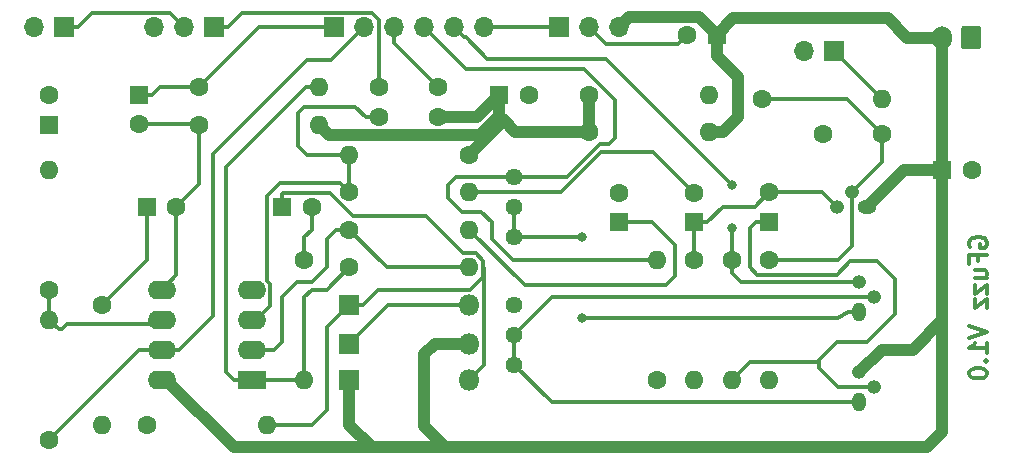
<source format=gbr>
G04 #@! TF.GenerationSoftware,KiCad,Pcbnew,(5.1.4)-1*
G04 #@! TF.CreationDate,2020-01-14T12:24:16+00:00*
G04 #@! TF.ProjectId,GFuzz,4746757a-7a2e-46b6-9963-61645f706362,rev?*
G04 #@! TF.SameCoordinates,Original*
G04 #@! TF.FileFunction,Copper,L2,Bot*
G04 #@! TF.FilePolarity,Positive*
%FSLAX46Y46*%
G04 Gerber Fmt 4.6, Leading zero omitted, Abs format (unit mm)*
G04 Created by KiCad (PCBNEW (5.1.4)-1) date 2020-01-14 12:24:16*
%MOMM*%
%LPD*%
G04 APERTURE LIST*
%ADD10C,0.300000*%
%ADD11O,1.700000X2.000000*%
%ADD12C,0.100000*%
%ADD13C,1.700000*%
%ADD14O,1.200000X1.200000*%
%ADD15O,1.200000X1.600000*%
%ADD16O,1.700000X1.700000*%
%ADD17R,1.700000X1.700000*%
%ADD18O,1.800000X1.800000*%
%ADD19R,1.800000X1.800000*%
%ADD20O,1.600000X1.600000*%
%ADD21C,1.600000*%
%ADD22O,2.400000X1.600000*%
%ADD23R,2.400000X1.600000*%
%ADD24R,1.600000X1.600000*%
%ADD25C,1.440000*%
%ADD26O,1.600000X1.200000*%
%ADD27C,0.800000*%
%ADD28C,1.000000*%
%ADD29C,0.304800*%
G04 APERTURE END LIST*
D10*
X177050000Y-104966142D02*
X176978571Y-104823285D01*
X176978571Y-104609000D01*
X177050000Y-104394714D01*
X177192857Y-104251857D01*
X177335714Y-104180428D01*
X177621428Y-104109000D01*
X177835714Y-104109000D01*
X178121428Y-104180428D01*
X178264285Y-104251857D01*
X178407142Y-104394714D01*
X178478571Y-104609000D01*
X178478571Y-104751857D01*
X178407142Y-104966142D01*
X178335714Y-105037571D01*
X177835714Y-105037571D01*
X177835714Y-104751857D01*
X177692857Y-106180428D02*
X177692857Y-105680428D01*
X178478571Y-105680428D02*
X176978571Y-105680428D01*
X176978571Y-106394714D01*
X177478571Y-107609000D02*
X178478571Y-107609000D01*
X177478571Y-106966142D02*
X178264285Y-106966142D01*
X178407142Y-107037571D01*
X178478571Y-107180428D01*
X178478571Y-107394714D01*
X178407142Y-107537571D01*
X178335714Y-107609000D01*
X177478571Y-108180428D02*
X177478571Y-108966142D01*
X178478571Y-108180428D01*
X178478571Y-108966142D01*
X177478571Y-109394714D02*
X177478571Y-110180428D01*
X178478571Y-109394714D01*
X178478571Y-110180428D01*
X176978571Y-111680428D02*
X178478571Y-112180428D01*
X176978571Y-112680428D01*
X178478571Y-113966142D02*
X178478571Y-113109000D01*
X178478571Y-113537571D02*
X176978571Y-113537571D01*
X177192857Y-113394714D01*
X177335714Y-113251857D01*
X177407142Y-113109000D01*
X178335714Y-114609000D02*
X178407142Y-114680428D01*
X178478571Y-114609000D01*
X178407142Y-114537571D01*
X178335714Y-114609000D01*
X178478571Y-114609000D01*
X176978571Y-115609000D02*
X176978571Y-115751857D01*
X177050000Y-115894714D01*
X177121428Y-115966142D01*
X177264285Y-116037571D01*
X177550000Y-116109000D01*
X177907142Y-116109000D01*
X178192857Y-116037571D01*
X178335714Y-115966142D01*
X178407142Y-115894714D01*
X178478571Y-115751857D01*
X178478571Y-115609000D01*
X178407142Y-115466142D01*
X178335714Y-115394714D01*
X178192857Y-115323285D01*
X177907142Y-115251857D01*
X177550000Y-115251857D01*
X177264285Y-115323285D01*
X177121428Y-115394714D01*
X177050000Y-115466142D01*
X176978571Y-115609000D01*
D11*
X174625000Y-87249000D03*
D12*
G36*
X177749504Y-86250204D02*
G01*
X177773773Y-86253804D01*
X177797571Y-86259765D01*
X177820671Y-86268030D01*
X177842849Y-86278520D01*
X177863893Y-86291133D01*
X177883598Y-86305747D01*
X177901777Y-86322223D01*
X177918253Y-86340402D01*
X177932867Y-86360107D01*
X177945480Y-86381151D01*
X177955970Y-86403329D01*
X177964235Y-86426429D01*
X177970196Y-86450227D01*
X177973796Y-86474496D01*
X177975000Y-86499000D01*
X177975000Y-87999000D01*
X177973796Y-88023504D01*
X177970196Y-88047773D01*
X177964235Y-88071571D01*
X177955970Y-88094671D01*
X177945480Y-88116849D01*
X177932867Y-88137893D01*
X177918253Y-88157598D01*
X177901777Y-88175777D01*
X177883598Y-88192253D01*
X177863893Y-88206867D01*
X177842849Y-88219480D01*
X177820671Y-88229970D01*
X177797571Y-88238235D01*
X177773773Y-88244196D01*
X177749504Y-88247796D01*
X177725000Y-88249000D01*
X176525000Y-88249000D01*
X176500496Y-88247796D01*
X176476227Y-88244196D01*
X176452429Y-88238235D01*
X176429329Y-88229970D01*
X176407151Y-88219480D01*
X176386107Y-88206867D01*
X176366402Y-88192253D01*
X176348223Y-88175777D01*
X176331747Y-88157598D01*
X176317133Y-88137893D01*
X176304520Y-88116849D01*
X176294030Y-88094671D01*
X176285765Y-88071571D01*
X176279804Y-88047773D01*
X176276204Y-88023504D01*
X176275000Y-87999000D01*
X176275000Y-86499000D01*
X176276204Y-86474496D01*
X176279804Y-86450227D01*
X176285765Y-86426429D01*
X176294030Y-86403329D01*
X176304520Y-86381151D01*
X176317133Y-86360107D01*
X176331747Y-86340402D01*
X176348223Y-86322223D01*
X176366402Y-86305747D01*
X176386107Y-86291133D01*
X176407151Y-86278520D01*
X176429329Y-86268030D01*
X176452429Y-86259765D01*
X176476227Y-86253804D01*
X176500496Y-86250204D01*
X176525000Y-86249000D01*
X177725000Y-86249000D01*
X177749504Y-86250204D01*
X177749504Y-86250204D01*
G37*
D13*
X177125000Y-87249000D03*
D14*
X167640000Y-107950000D03*
X168910000Y-109220000D03*
D15*
X167640000Y-110490000D03*
D16*
X135890000Y-86360000D03*
X133350000Y-86360000D03*
X130810000Y-86360000D03*
X128270000Y-86360000D03*
X125730000Y-86360000D03*
D17*
X123190000Y-86360000D03*
D18*
X134620000Y-109855000D03*
D19*
X124460000Y-109855000D03*
D20*
X153670000Y-116205000D03*
D21*
X153670000Y-106045000D03*
D22*
X108585000Y-116205000D03*
X116205000Y-108585000D03*
X108585000Y-113665000D03*
X116205000Y-111125000D03*
X108585000Y-111125000D03*
X116205000Y-113665000D03*
X108585000Y-108585000D03*
D23*
X116205000Y-116205000D03*
D20*
X154940000Y-95250000D03*
D21*
X144780000Y-95250000D03*
X177165000Y-98425000D03*
D24*
X174665000Y-98425000D03*
D16*
X107950000Y-86360000D03*
X110490000Y-86360000D03*
D17*
X113030000Y-86360000D03*
D25*
X138430000Y-104140000D03*
X138430000Y-101600000D03*
X138430000Y-99060000D03*
D16*
X147320000Y-86360000D03*
X144780000Y-86360000D03*
D17*
X142240000Y-86360000D03*
D25*
X138430000Y-114935000D03*
X138430000Y-112395000D03*
X138430000Y-109855000D03*
D20*
X99060000Y-111125000D03*
D21*
X99060000Y-121285000D03*
D20*
X103505000Y-120015000D03*
D21*
X103505000Y-109855000D03*
D20*
X150495000Y-106045000D03*
D21*
X150495000Y-116205000D03*
D20*
X117475000Y-120015000D03*
D21*
X107315000Y-120015000D03*
D20*
X156845000Y-116205000D03*
D21*
X156845000Y-106045000D03*
D20*
X160020000Y-116205000D03*
D21*
X160020000Y-106045000D03*
D20*
X169545000Y-92456000D03*
D21*
X159385000Y-92456000D03*
D20*
X99060000Y-98425000D03*
D21*
X99060000Y-108585000D03*
D20*
X121920000Y-94615000D03*
D21*
X111760000Y-94615000D03*
D20*
X120650000Y-116205000D03*
D21*
X120650000Y-106045000D03*
D20*
X121920000Y-91440000D03*
D21*
X111760000Y-91440000D03*
D20*
X134620000Y-106680000D03*
D21*
X124460000Y-106680000D03*
D20*
X134620000Y-103505000D03*
D21*
X124460000Y-103505000D03*
D20*
X124460000Y-97155000D03*
D21*
X134620000Y-97155000D03*
D20*
X134620000Y-100330000D03*
D21*
X124460000Y-100330000D03*
D20*
X154940000Y-92075000D03*
D21*
X144780000Y-92075000D03*
D14*
X167640000Y-115570000D03*
X168910000Y-116840000D03*
D15*
X167640000Y-118110000D03*
D14*
X165735000Y-101600000D03*
X167005000Y-100330000D03*
D26*
X168275000Y-101600000D03*
D16*
X97790000Y-86360000D03*
D17*
X100330000Y-86360000D03*
D16*
X162941000Y-88392000D03*
D17*
X165481000Y-88392000D03*
D18*
X134620000Y-113157000D03*
D19*
X124460000Y-113157000D03*
D18*
X134620000Y-116205000D03*
D19*
X124460000Y-116205000D03*
D21*
X132000000Y-91440000D03*
X127000000Y-91440000D03*
X99060000Y-92115000D03*
D24*
X99060000Y-94615000D03*
D21*
X109815000Y-101600000D03*
D24*
X107315000Y-101600000D03*
D21*
X106680000Y-94575000D03*
D24*
X106680000Y-92075000D03*
D21*
X153075000Y-86995000D03*
D24*
X155575000Y-86995000D03*
D21*
X121285000Y-101600000D03*
D24*
X118785000Y-101600000D03*
D21*
X147320000Y-100370000D03*
D24*
X147320000Y-102870000D03*
D21*
X139660000Y-92075000D03*
D24*
X137160000Y-92075000D03*
D21*
X160020000Y-100330000D03*
D24*
X160020000Y-102830000D03*
D21*
X153670000Y-100370000D03*
D24*
X153670000Y-102870000D03*
D21*
X127000000Y-93980000D03*
X132000000Y-93980000D03*
X164545000Y-95377000D03*
X169545000Y-95377000D03*
D27*
X156845000Y-99695000D03*
X156845000Y-103378000D03*
X144145000Y-104140000D03*
X144145000Y-110998000D03*
D28*
X171450000Y-98425000D02*
X168275000Y-101600000D01*
X174665000Y-98425000D02*
X171450000Y-98425000D01*
X148169999Y-85510001D02*
X147320000Y-86360000D01*
X148185001Y-85494999D02*
X148169999Y-85510001D01*
X154074999Y-85494999D02*
X148185001Y-85494999D01*
X155575000Y-86995000D02*
X154074999Y-85494999D01*
X172165000Y-113665000D02*
X174665000Y-111165000D01*
X169545000Y-113665000D02*
X172165000Y-113665000D01*
X167640000Y-115570000D02*
X169545000Y-113665000D01*
X174665000Y-111165000D02*
X174665000Y-98425000D01*
X108985000Y-116205000D02*
X108585000Y-116205000D01*
X114700000Y-121920000D02*
X108985000Y-116205000D01*
X174665000Y-120610000D02*
X173355000Y-121920000D01*
X174665000Y-111165000D02*
X174665000Y-120610000D01*
X124460000Y-120015000D02*
X126365000Y-121920000D01*
X124460000Y-116205000D02*
X124460000Y-120015000D01*
X126365000Y-121920000D02*
X114700000Y-121920000D01*
X134620000Y-113157000D02*
X131699000Y-113157000D01*
X131699000Y-113157000D02*
X130810000Y-114046000D01*
X130810000Y-120142000D02*
X132588000Y-121920000D01*
X130810000Y-114046000D02*
X130810000Y-120142000D01*
X173355000Y-121920000D02*
X132588000Y-121920000D01*
X132588000Y-121920000D02*
X126365000Y-121920000D01*
X156071370Y-95250000D02*
X157353000Y-93968370D01*
X154940000Y-95250000D02*
X156071370Y-95250000D01*
X155575000Y-88795000D02*
X155575000Y-86995000D01*
X157353000Y-90573000D02*
X155575000Y-88795000D01*
X157353000Y-93968370D02*
X157353000Y-90573000D01*
X155575000Y-86995000D02*
X156972000Y-85598000D01*
X156972000Y-85598000D02*
X170053000Y-85598000D01*
X171704000Y-87249000D02*
X174625000Y-87249000D01*
X170053000Y-85598000D02*
X171704000Y-87249000D01*
X174625000Y-98385000D02*
X174665000Y-98425000D01*
X174625000Y-87249000D02*
X174625000Y-98385000D01*
D29*
X167005000Y-104902000D02*
X167005000Y-100330000D01*
X160020000Y-106045000D02*
X165862000Y-106045000D01*
X165862000Y-106045000D02*
X167005000Y-104902000D01*
X169545000Y-97790000D02*
X169545000Y-95377000D01*
X167005000Y-100330000D02*
X169545000Y-97790000D01*
X166624000Y-92456000D02*
X169545000Y-95377000D01*
X159385000Y-92456000D02*
X166624000Y-92456000D01*
X124460000Y-100330000D02*
X124460000Y-97155000D01*
X117757410Y-109972590D02*
X116605000Y-111125000D01*
X117757410Y-108107657D02*
X117757410Y-109972590D01*
X117475000Y-107825247D02*
X117757410Y-108107657D01*
X116605000Y-111125000D02*
X116205000Y-111125000D01*
X118620677Y-99530001D02*
X117475000Y-100675678D01*
X117475000Y-100675678D02*
X117475000Y-107825247D01*
X123660001Y-99530001D02*
X118620677Y-99530001D01*
X124460000Y-100330000D02*
X123660001Y-99530001D01*
X125868630Y-93980000D02*
X124979630Y-93091000D01*
X127000000Y-93980000D02*
X125868630Y-93980000D01*
X124979630Y-93091000D02*
X120650000Y-93091000D01*
X120650000Y-93091000D02*
X120142000Y-93599000D01*
X120142000Y-93599000D02*
X120142000Y-96393000D01*
X120904000Y-97155000D02*
X124460000Y-97155000D01*
X120142000Y-96393000D02*
X120904000Y-97155000D01*
D28*
X144780000Y-92075000D02*
X144780000Y-95250000D01*
X144780000Y-95250000D02*
X138535000Y-95250000D01*
X135419999Y-96355001D02*
X137530000Y-94245000D01*
X134620000Y-97155000D02*
X135419999Y-96355001D01*
X138535000Y-95250000D02*
X137530000Y-94245000D01*
X137530000Y-94245000D02*
X137160000Y-93875000D01*
X135255000Y-93980000D02*
X137160000Y-92075000D01*
X132000000Y-93980000D02*
X135255000Y-93980000D01*
X122785001Y-95480001D02*
X134897999Y-95480001D01*
X121920000Y-94615000D02*
X122785001Y-95480001D01*
X137160000Y-93875000D02*
X137160000Y-92075000D01*
X135554999Y-95480001D02*
X137160000Y-93875000D01*
X134897999Y-95480001D02*
X135554999Y-95480001D01*
D29*
X134620000Y-100330000D02*
X142367000Y-100330000D01*
X142367000Y-100330000D02*
X145796000Y-96901000D01*
X150201000Y-96901000D02*
X153670000Y-100370000D01*
X145796000Y-96901000D02*
X150201000Y-96901000D01*
X153670000Y-106045000D02*
X153670000Y-102870000D01*
X164465000Y-100330000D02*
X165735000Y-101600000D01*
X160020000Y-100330000D02*
X164465000Y-100330000D01*
X158788200Y-101561800D02*
X160020000Y-100330000D01*
X156083000Y-101561800D02*
X158788200Y-101561800D01*
X153670000Y-102870000D02*
X154774800Y-102870000D01*
X154774800Y-102870000D02*
X156083000Y-101561800D01*
X165735000Y-113030000D02*
X164211000Y-114554000D01*
X170688000Y-110617000D02*
X168275000Y-113030000D01*
X169164000Y-106172000D02*
X170688000Y-107696000D01*
X164211000Y-115189000D02*
X165862000Y-116840000D01*
X165735000Y-107315000D02*
X166878000Y-106172000D01*
X159004000Y-107315000D02*
X165735000Y-107315000D01*
X166878000Y-106172000D02*
X169164000Y-106172000D01*
X168910000Y-116840000D02*
X165862000Y-116840000D01*
X160020000Y-102830000D02*
X158915200Y-102830000D01*
X170688000Y-107696000D02*
X170688000Y-110617000D01*
X158915200Y-102830000D02*
X158369000Y-103376200D01*
X168275000Y-113030000D02*
X165735000Y-113030000D01*
X158369000Y-103376200D02*
X158369000Y-106680000D01*
X158369000Y-106680000D02*
X159004000Y-107315000D01*
X158369000Y-114681000D02*
X164211000Y-114681000D01*
X156845000Y-116205000D02*
X158369000Y-114681000D01*
X164211000Y-114554000D02*
X164211000Y-114681000D01*
X164211000Y-114681000D02*
X164211000Y-115189000D01*
X150114000Y-102870000D02*
X147320000Y-102870000D01*
X152019000Y-104775000D02*
X150114000Y-102870000D01*
X152019000Y-107442000D02*
X152019000Y-104775000D01*
X151257000Y-108204000D02*
X152019000Y-107442000D01*
X134620000Y-103505000D02*
X139319000Y-108204000D01*
X139319000Y-108204000D02*
X151257000Y-108204000D01*
X120650000Y-106045000D02*
X120650000Y-104140000D01*
X120650000Y-104140000D02*
X121285000Y-103505000D01*
X121285000Y-103505000D02*
X121285000Y-101600000D01*
X121285000Y-120015000D02*
X117475000Y-120015000D01*
X122555000Y-118745000D02*
X121285000Y-120015000D01*
X124460000Y-109855000D02*
X122555000Y-111760000D01*
X122555000Y-111760000D02*
X122555000Y-118745000D01*
X125664800Y-109855000D02*
X124460000Y-109855000D01*
X126917201Y-108602599D02*
X125664800Y-109855000D01*
X134729401Y-108602599D02*
X126917201Y-108602599D01*
X135772401Y-107559599D02*
X134729401Y-108602599D01*
X135173153Y-105527599D02*
X135772401Y-106126847D01*
X130927599Y-102352599D02*
X134102599Y-105527599D01*
X134102599Y-105527599D02*
X135173153Y-105527599D01*
X122872045Y-100447599D02*
X124777045Y-102352599D01*
X118832601Y-100447599D02*
X122872045Y-100447599D01*
X118785000Y-100495200D02*
X118832601Y-100447599D01*
X124777045Y-102352599D02*
X130927599Y-102352599D01*
X118785000Y-101600000D02*
X118785000Y-100495200D01*
X135872401Y-106789401D02*
X135772401Y-106689401D01*
X135872401Y-114952599D02*
X135872401Y-106789401D01*
X134620000Y-116205000D02*
X135872401Y-114952599D01*
X135772401Y-106126847D02*
X135772401Y-106689401D01*
X135772401Y-106689401D02*
X135772401Y-107559599D01*
X152275001Y-87794999D02*
X153075000Y-86995000D01*
X146214999Y-87794999D02*
X152275001Y-87794999D01*
X144780000Y-86360000D02*
X146214999Y-87794999D01*
X111720000Y-94575000D02*
X111760000Y-94615000D01*
X106680000Y-94575000D02*
X111720000Y-94575000D01*
X111760000Y-99655000D02*
X109815000Y-101600000D01*
X111760000Y-94615000D02*
X111760000Y-99655000D01*
X109815000Y-107355000D02*
X108585000Y-108585000D01*
X109815000Y-101600000D02*
X109815000Y-107355000D01*
X107784800Y-92075000D02*
X108419800Y-91440000D01*
X106680000Y-92075000D02*
X107784800Y-92075000D01*
X108419800Y-91440000D02*
X111760000Y-91440000D01*
X116840000Y-86360000D02*
X123190000Y-86360000D01*
X111760000Y-91440000D02*
X116840000Y-86360000D01*
X107315000Y-106045000D02*
X103505000Y-109855000D01*
X107315000Y-101600000D02*
X107315000Y-106045000D01*
X128270000Y-87710000D02*
X132000000Y-91440000D01*
X128270000Y-86360000D02*
X128270000Y-87710000D01*
X127000000Y-90308630D02*
X127000000Y-91440000D01*
X127000000Y-85725000D02*
X127000000Y-90308630D01*
X126432599Y-85157599D02*
X127000000Y-85725000D01*
X115387201Y-85157599D02*
X126432599Y-85157599D01*
X114184800Y-86360000D02*
X115387201Y-85157599D01*
X113030000Y-86360000D02*
X114184800Y-86360000D01*
X127762000Y-109855000D02*
X124460000Y-113157000D01*
X134620000Y-109855000D02*
X127762000Y-109855000D01*
X165481000Y-88392000D02*
X169545000Y-92456000D01*
X109640001Y-85510001D02*
X110490000Y-86360000D01*
X109287599Y-85157599D02*
X109640001Y-85510001D01*
X102687201Y-85157599D02*
X109287599Y-85157599D01*
X101484800Y-86360000D02*
X102687201Y-85157599D01*
X100330000Y-86360000D02*
X101484800Y-86360000D01*
X138430000Y-112395000D02*
X138430000Y-114935000D01*
X141605000Y-118110000D02*
X138430000Y-114935000D01*
X167640000Y-118110000D02*
X141605000Y-118110000D01*
X141605000Y-109220000D02*
X138430000Y-112395000D01*
X168910000Y-109220000D02*
X141605000Y-109220000D01*
X134199999Y-87209999D02*
X134326999Y-87209999D01*
X133350000Y-86360000D02*
X134199999Y-87209999D01*
X134326999Y-87209999D02*
X136144000Y-89027000D01*
X136144000Y-89027000D02*
X146177000Y-89027000D01*
X146177000Y-89027000D02*
X156845000Y-99695000D01*
X156845000Y-99695000D02*
X156809990Y-99730010D01*
X156845000Y-103378000D02*
X156845000Y-106045000D01*
X156845000Y-107176370D02*
X157618630Y-107950000D01*
X156845000Y-106045000D02*
X156845000Y-107176370D01*
X157618630Y-107950000D02*
X167640000Y-107950000D01*
X138430000Y-104140000D02*
X138430000Y-101600000D01*
X144145000Y-104140000D02*
X138430000Y-104140000D01*
X166735200Y-110490000D02*
X167640000Y-110490000D01*
X144145000Y-110998000D02*
X165862000Y-110998000D01*
X165862000Y-110998000D02*
X166735200Y-110490000D01*
X116205000Y-113665000D02*
X116605000Y-113665000D01*
X127635000Y-106680000D02*
X134620000Y-106680000D01*
X124460000Y-103505000D02*
X127635000Y-106680000D01*
X118110000Y-113665000D02*
X116205000Y-113665000D01*
X118745000Y-113030000D02*
X118110000Y-113665000D01*
X118745000Y-109220000D02*
X118745000Y-113030000D01*
X124460000Y-103505000D02*
X123328630Y-103505000D01*
X122555000Y-104278630D02*
X122555000Y-106680000D01*
X122555000Y-106680000D02*
X121285000Y-107950000D01*
X121285000Y-107950000D02*
X120015000Y-107950000D01*
X123328630Y-103505000D02*
X122555000Y-104278630D01*
X120015000Y-107950000D02*
X118745000Y-109220000D01*
X116205000Y-116205000D02*
X120650000Y-116205000D01*
X120650000Y-116205000D02*
X120650000Y-109220000D01*
X120650000Y-109220000D02*
X121285000Y-108585000D01*
X121285000Y-108585000D02*
X122555000Y-108585000D01*
X122555000Y-108585000D02*
X124460000Y-106680000D01*
X120788630Y-91440000D02*
X121920000Y-91440000D01*
X114046000Y-98182630D02*
X120788630Y-91440000D01*
X114046000Y-115550800D02*
X114046000Y-98182630D01*
X114700200Y-116205000D02*
X114046000Y-115550800D01*
X116205000Y-116205000D02*
X114700200Y-116205000D01*
X99060000Y-108585000D02*
X99060000Y-111125000D01*
X100587590Y-111502410D02*
X108585000Y-111502410D01*
X100165001Y-111924999D02*
X100587590Y-111502410D01*
X99060000Y-111125000D02*
X99859999Y-111924999D01*
X99859999Y-111924999D02*
X100165001Y-111924999D01*
X133477000Y-99060000D02*
X138430000Y-99060000D01*
X132842000Y-99695000D02*
X133477000Y-99060000D01*
X132842000Y-100838000D02*
X132842000Y-99695000D01*
X136525000Y-104267000D02*
X136525000Y-102870000D01*
X150495000Y-106045000D02*
X138303000Y-106045000D01*
X136525000Y-102870000D02*
X135636000Y-101981000D01*
X135636000Y-101981000D02*
X133985000Y-101981000D01*
X138303000Y-106045000D02*
X136525000Y-104267000D01*
X133985000Y-101981000D02*
X132842000Y-100838000D01*
X134366000Y-89916000D02*
X130810000Y-86360000D01*
X144326554Y-89916000D02*
X134366000Y-89916000D01*
X142923092Y-99060000D02*
X145717092Y-96266000D01*
X138430000Y-99060000D02*
X142923092Y-99060000D01*
X145717092Y-96266000D02*
X146431000Y-96266000D01*
X146939000Y-95758000D02*
X146939000Y-92528446D01*
X146431000Y-96266000D02*
X146939000Y-95758000D01*
X146939000Y-92528446D02*
X144326554Y-89916000D01*
X106680000Y-113665000D02*
X108585000Y-113665000D01*
X99060000Y-121285000D02*
X106680000Y-113665000D01*
X122936000Y-89154000D02*
X125730000Y-86360000D01*
X120904000Y-89154000D02*
X122936000Y-89154000D01*
X112912401Y-97145599D02*
X120904000Y-89154000D01*
X112912401Y-110842399D02*
X112912401Y-97145599D01*
X108585000Y-113665000D02*
X110089800Y-113665000D01*
X110089800Y-113665000D02*
X112912401Y-110842399D01*
X137092081Y-86360000D02*
X142240000Y-86360000D01*
X135890000Y-86360000D02*
X137092081Y-86360000D01*
M02*

</source>
